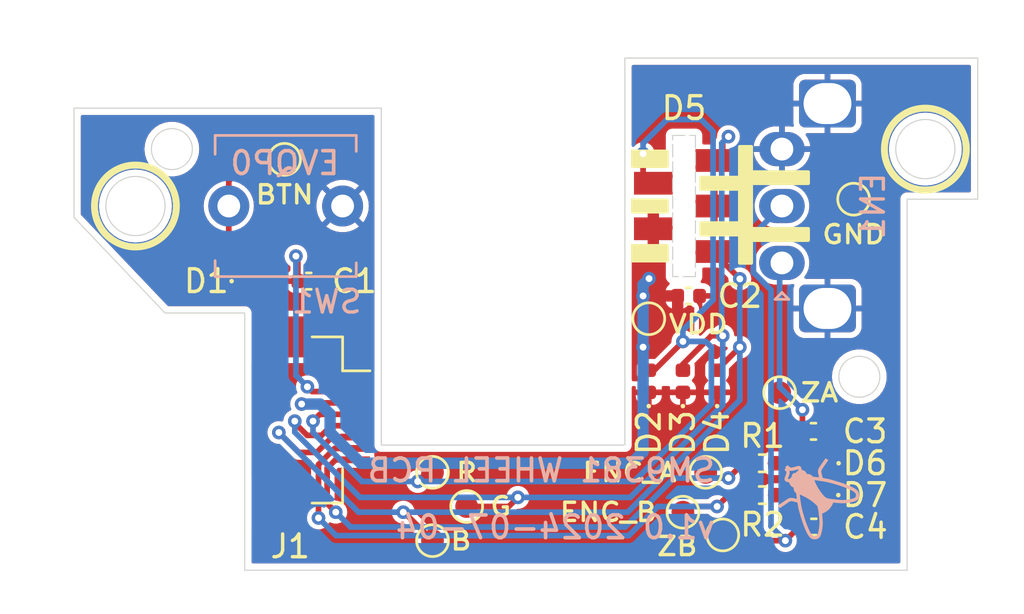
<source format=kicad_pcb>
(kicad_pcb (version 20240108) (generator "pcbnew") (generator_version "8.0")
  (title_block (title "Chakram Scroll Wheel") (date "2024-07-04") (rev "1.0") (company "Petr Moucha") (comment 2 "Any use or reproduction unrelated to this project is prohibited.") (comment 3 "The fly logo is the property of Petr Moucha. ") (comment 4 "Licensed under CERN-OHL-W v2"))
  (layers (0 "F.Cu" signal) (31 "B.Cu" signal) (34 "B.Paste" user) (35 "F.Paste" user) (36 "B.SilkS" user "B.Silkscreen") (37 "F.SilkS" user "F.Silkscreen") (38 "B.Mask" user) (39 "F.Mask" user) (44 "Edge.Cuts" user))
  (net 0 "")
  (net 1 "GND")
  (net 2 "/ZA")
  (net 3 "/ZB")
  (net 4 "/BTN")
  (net 5 "VDD")
  (net 6 "/LED_R")
  (net 7 "/LED_B")
  (net 8 "/LED_G")
  (net 9 "/ENC_B")
  (net 10 "/ENC_A")
  (footprint "TestPoint:TestPoint_Pad_D1.0mm" (layer "F.Cu") (at 82.75 71)
    (property "Reference" "TP8" (hide yes))
    (property "Value" "ENC_A" (at -5.5 0 0) (layer "F.SilkS") (effects (font (size 0.8 0.9)) (justify left)))
    (fp_circle (center 0 0) (end 0 0.7) (stroke (width 0.12)) (fill none) (layer "F.SilkS"))
    (pad "1" smd circle (at 0 0) (size 1 1) (layers "F.Cu" "F.Mask") (net 10 "/ENC_A"))
  )
  (footprint "Capacitor_SMD:C_0402_1005Metric" (layer "F.Cu") (at 87.485 69.2)
    (property "Reference" "C3" (at 2.265 0 0) (layer "F.SilkS"))
    (property "Value" "~")
    (fp_line (start -0.107836 -0.36) (end 0.107836 -0.36) (stroke (width 0.12)) (layer "F.SilkS"))
    (fp_line (start -0.107836 0.36) (end 0.107836 0.36) (stroke (width 0.12)) (layer "F.SilkS"))
    (pad "1" smd roundrect (at -0.48 0) (size 0.56 0.62) (layers "F.Cu" "F.Paste" "F.Mask") (net 2 "/ZA"))
    (pad "2" smd roundrect (at 0.48 0) (size 0.56 0.62) (layers "F.Cu" "F.Paste" "F.Mask") (net 1 "GND"))
  )
  (footprint "Connector_FFC-FPC:Hirose_FH12-8S-0.5SH_1x08-1MP_P0.50mm_Horizontal" (layer "F.Cu") (at 65.5 68.7 -90)
    (property "Reference" "J1" (at 5.55 1 0) (layer "F.SilkS"))
    (property "Value" "FPC Connector")
    (fp_line (start -3.65 -1.3) (end -3.65 0.04) (stroke (width 0.12)) (layer "F.SilkS"))
    (fp_line (start -2.16 -1.3) (end -3.65 -1.3) (stroke (width 0.12)) (layer "F.SilkS"))
    (fp_line (start -2.16 -1.3) (end -2.16 -2.5) (stroke (width 0.12)) (layer "F.SilkS"))
    (fp_line (start 2.16 -1.3) (end 3.65 -1.3) (stroke (width 0.12)) (layer "F.SilkS"))
    (fp_line (start 3.65 -1.3) (end 3.65 0.04) (stroke (width 0.12)) (layer "F.SilkS"))
    (pad "1" smd rect (at -1.75 -1.85 270) (size 0.3 1.3) (layers "F.Cu" "F.Paste" "F.Mask") (net 1 "GND"))
    (pad "2" smd rect (at -1.25 -1.85 270) (size 0.3 1.3) (layers "F.Cu" "F.Paste" "F.Mask") (net 4 "/BTN"))
    (pad "3" smd rect (at -0.75 -1.85 270) (size 0.3 1.3) (layers "F.Cu" "F.Paste" "F.Mask") (net 5 "VDD"))
    (pad "4" smd rect (at -0.25 -1.85 270) (size 0.3 1.3) (layers "F.Cu" "F.Paste" "F.Mask") (net 6 "/LED_R"))
    (pad "5" smd rect (at 0.25 -1.85 270) (size 0.3 1.3) (layers "F.Cu" "F.Paste" "F.Mask") (net 8 "/LED_G"))
    (pad "6" smd rect (at 0.75 -1.85 270) (size 0.3 1.3) (layers "F.Cu" "F.Paste" "F.Mask") (net 7 "/LED_B"))
    (pad "7" smd rect (at 1.25 -1.85 270) (size 0.3 1.3) (layers "F.Cu" "F.Paste" "F.Mask") (net 9 "/ENC_B"))
    (pad "8" smd rect (at 1.75 -1.85 270) (size 0.3 1.3) (layers "F.Cu" "F.Paste" "F.Mask") (net 10 "/ENC_A"))
    (pad "MP" smd rect (at -3.65 1.4 270) (size 1.8 2.2) (layers "F.Cu" "F.Paste" "F.Mask") (net 1 "GND") (thermal_bridge_width 0.5))
    (pad "MP" smd rect (at 3.65 1.4 270) (size 1.8 2.2) (layers "F.Cu" "F.Paste" "F.Mask") (net 1 "GND") (thermal_bridge_width 0.5))
  )
  (footprint "Moucha_Modules:LED_Chakram" (layer "F.Cu") (at 81.8 59.3)
    (property "Reference" "D5" (at 0 -4.3 0) (layer "F.SilkS"))
    (property "Value" "LED_Chakram")
    (fp_rect (start -0.5 -3.1) (end 0.5 3.1) (stroke (width 0.05) (type dash)) (fill none) (layer "Edge.Cuts"))
    (pad "1" connect rect (at 1.35 -2) (size 1.7 1) (layers "F.Cu" "F.Mask") (net 8 "/LED_G"))
    (pad "2" connect rect (at 1.35 0) (size 1.7 1) (layers "F.Cu" "F.Mask") (net 1 "GND"))
    (pad "3" connect rect (at 1.35 2) (size 1.7 1) (layers "F.Cu" "F.Mask") (net 7 "/LED_B"))
    (pad "4" connect rect (at -1.35 -1) (size 1.7 1) (layers "F.Cu" "F.Mask") (net 6 "/LED_R"))
    (pad "5" connect rect (at -1.35 1) (size 1.7 1) (layers "F.Cu" "F.Mask") (net 5 "VDD"))
  )
  (footprint "Capacitor_SMD:C_0402_1005Metric" (layer "F.Cu") (at 87.5 73.4)
    (property "Reference" "C4" (at 2.265 0 0) (layer "F.SilkS"))
    (property "Value" "~")
    (fp_line (start -0.107836 -0.36) (end 0.107836 -0.36) (stroke (width 0.12)) (layer "F.SilkS"))
    (fp_line (start -0.107836 0.36) (end 0.107836 0.36) (stroke (width 0.12)) (layer "F.SilkS"))
    (pad "1" smd roundrect (at -0.48 0) (size 0.56 0.62) (layers "F.Cu" "F.Paste" "F.Mask") (net 3 "/ZB"))
    (pad "2" smd roundrect (at 0.48 0) (size 0.56 0.62) (layers "F.Cu" "F.Paste" "F.Mask") (net 1 "GND"))
  )
  (footprint "Diode_SMD:D_0402_1005Metric" (layer "F.Cu") (at 80.25 67 90)
    (property "Reference" "D2" (at -2.25 0 90) (layer "F.SilkS"))
    (property "Value" "D_TVS_Small")
    (fp_circle (center -1.09 0) (end -1.04 0) (stroke (width 0.1)) (fill none) (layer "F.SilkS"))
    (pad "1" smd roundrect (at -0.485 0 90) (size 0.59 0.64) (layers "F.Cu" "F.Paste" "F.Mask") (net 1 "GND"))
    (pad "2" smd roundrect (at 0.485 0 90) (size 0.59 0.64) (layers "F.Cu" "F.Paste" "F.Mask") (net 6 "/LED_R"))
  )
  (footprint "Resistor_SMD:R_0402_1005Metric" (layer "F.Cu") (at 85.25 72 180)
    (property "Reference" "R2" (at 0 -1.3 0) (layer "F.SilkS"))
    (property "Value" "1k")
    (fp_line (start -0.153641 0.38) (end 0.153641 0.38) (stroke (width 0.12)) (layer "F.SilkS"))
    (fp_line (start -0.153641 -0.38) (end 0.153641 -0.38) (stroke (width 0.12)) (layer "F.SilkS"))
    (pad "1" smd roundrect (at -0.51 0 180) (size 0.54 0.64) (layers "F.Cu" "F.Paste" "F.Mask") (net 3 "/ZB"))
    (pad "2" smd roundrect (at 0.51 0 180) (size 0.54 0.64) (layers "F.Cu" "F.Paste" "F.Mask") (net 9 "/ENC_B"))
  )
  (footprint "Capacitor_SMD:C_0402_1005Metric" (layer "F.Cu") (at 82 63.25)
    (property "Reference" "C2" (at 2.25 0 0) (layer "F.SilkS"))
    (property "Value" "100nF")
    (fp_line (start -0.107836 -0.36) (end 0.107836 -0.36) (stroke (width 0.12)) (layer "F.SilkS"))
    (fp_line (start -0.107836 0.36) (end 0.107836 0.36) (stroke (width 0.12)) (layer "F.SilkS"))
    (pad "1" smd roundrect (at -0.48 0) (size 0.56 0.62) (layers "F.Cu" "F.Paste" "F.Mask") (net 5 "VDD"))
    (pad "2" smd roundrect (at 0.48 0) (size 0.56 0.62) (layers "F.Cu" "F.Paste" "F.Mask") (net 1 "GND"))
  )
  (footprint "TestPoint:TestPoint_Pad_D1.0mm" (layer "F.Cu") (at 89.25 59)
    (property "Reference" "TP2" (hide yes))
    (property "Value" "GND" (at 0 1.55 0) (layer "F.SilkS") (effects (font (size 0.8 0.9))))
    (fp_circle (center 0 0) (end 0 0.7) (stroke (width 0.12)) (fill none) (layer "F.SilkS"))
    (pad "1" smd circle (at 0 0) (size 1 1) (layers "F.Cu" "F.Mask") (net 1 "GND"))
  )
  (footprint "Diode_SMD:D_0402_1005Metric" (layer "F.Cu") (at 83.25 67 90)
    (property "Reference" "D4" (at -2.25 0 90) (layer "F.SilkS"))
    (property "Value" "D_TVS_Small")
    (fp_circle (center -1.09 0) (end -1.04 0) (stroke (width 0.1)) (fill none) (layer "F.SilkS"))
    (pad "1" smd roundrect (at -0.485 0 90) (size 0.59 0.64) (layers "F.Cu" "F.Paste" "F.Mask") (net 1 "GND"))
    (pad "2" smd roundrect (at 0.485 0 90) (size 0.59 0.64) (layers "F.Cu" "F.Paste" "F.Mask") (net 7 "/LED_B"))
  )
  (footprint "TestPoint:TestPoint_Pad_D1.0mm" (layer "F.Cu") (at 83.5 73.75)
    (property "Reference" "TP10" (hide yes))
    (property "Value" "ZB" (at -2 0.5 0) (layer "F.SilkS") (effects (font (size 0.8 0.9))))
    (fp_circle (center 0 0) (end 0 0.7) (stroke (width 0.12)) (fill none) (layer "F.SilkS"))
    (pad "1" smd circle (at 0 0) (size 1 1) (layers "F.Cu" "F.Mask") (net 3 "/ZB"))
  )
  (footprint "Diode_SMD:D_0402_1005Metric" (layer "F.Cu") (at 81.75 67 90)
    (property "Reference" "D3" (at -2.25 0 90) (layer "F.SilkS"))
    (property "Value" "D_TVS_Small")
    (fp_circle (center -1.09 0) (end -1.04 0) (stroke (width 0.1)) (fill none) (layer "F.SilkS"))
    (pad "1" smd roundrect (at -0.485 0 90) (size 0.59 0.64) (layers "F.Cu" "F.Paste" "F.Mask") (net 1 "GND"))
    (pad "2" smd roundrect (at 0.485 0 90) (size 0.59 0.64) (layers "F.Cu" "F.Paste" "F.Mask") (net 8 "/LED_G"))
  )
  (footprint "TestPoint:TestPoint_Pad_D1.0mm" (layer "F.Cu") (at 70.75 74)
    (property "Reference" "TP6" (hide yes))
    (property "Value" "B" (at 1.25 0 0) (layer "F.SilkS") (effects (font (size 0.8 0.9))))
    (fp_circle (center 0 0) (end 0 0.7) (stroke (width 0.12)) (fill none) (layer "F.SilkS"))
    (pad "1" smd circle (at 0 0) (size 1 1) (layers "F.Cu" "F.Mask") (net 7 "/LED_B"))
  )
  (footprint "Diode_SMD:D_0402_1005Metric" (layer "F.Cu") (at 87.5 70.6 180)
    (property "Reference" "D6" (at -2.25 0 0) (layer "F.SilkS"))
    (property "Value" "D_TVS_Small")
    (fp_circle (center -1.09 0) (end -1.04 0) (stroke (width 0.1)) (fill none) (layer "F.SilkS"))
    (pad "1" smd roundrect (at -0.485 0 180) (size 0.59 0.64) (layers "F.Cu" "F.Paste" "F.Mask") (net 1 "GND"))
    (pad "2" smd roundrect (at 0.485 0 180) (size 0.59 0.64) (layers "F.Cu" "F.Paste" "F.Mask") (net 2 "/ZA"))
  )
  (footprint "TestPoint:TestPoint_Pad_D1.0mm" (layer "F.Cu") (at 72.25 72.5)
    (property "Reference" "TP5" (hide yes))
    (property "Value" "G" (at 1.5 0 0) (layer "F.SilkS") (effects (font (size 0.8 0.9))))
    (fp_circle (center 0 0) (end 0 0.7) (stroke (width 0.12)) (fill none) (layer "F.SilkS"))
    (pad "1" smd circle (at 0 0) (size 1 1) (layers "F.Cu" "F.Mask") (net 8 "/LED_G"))
  )
  (footprint "Capacitor_SMD:C_0402_1005Metric" (layer "F.Cu") (at 65.315 62.6)
    (property "Reference" "C1" (at 2 0 0) (layer "F.SilkS"))
    (property "Value" "~")
    (fp_line (start -0.107836 -0.36) (end 0.107836 -0.36) (stroke (width 0.12)) (layer "F.SilkS"))
    (fp_line (start -0.107836 0.36) (end 0.107836 0.36) (stroke (width 0.12)) (layer "F.SilkS"))
    (pad "1" smd roundrect (at -0.48 0) (size 0.56 0.62) (layers "F.Cu" "F.Paste" "F.Mask") (net 4 "/BTN"))
    (pad "2" smd roundrect (at 0.48 0) (size 0.56 0.62) (layers "F.Cu" "F.Paste" "F.Mask") (net 1 "GND"))
  )
  (footprint "TestPoint:TestPoint_Pad_D1.0mm" (layer "F.Cu") (at 70.75 71)
    (property "Reference" "TP4" (hide yes))
    (property "Value" "R" (at 1.5 0 0) (layer "F.SilkS") (effects (font (size 0.8 0.9))))
    (fp_circle (center 0 0) (end 0 0.7) (stroke (width 0.12)) (fill none) (layer "F.SilkS"))
    (pad "1" smd circle (at 0 0) (size 1 1) (layers "F.Cu" "F.Mask") (net 6 "/LED_R"))
  )
  (footprint "TestPoint:TestPoint_Pad_D1.0mm" (layer "F.Cu") (at 81.75 72.75)
    (property "Reference" "TP9" (hide yes))
    (property "Value" "ENC_B" (at -5.5 0 0) (layer "F.SilkS") (effects (font (size 0.8 0.9)) (justify left)))
    (fp_circle (center 0 0) (end 0 0.7) (stroke (width 0.12)) (fill none) (layer "F.SilkS"))
    (pad "1" smd circle (at 0 0) (size 1 1) (layers "F.Cu" "F.Mask") (net 9 "/ENC_B"))
  )
  (footprint "Diode_SMD:D_0402_1005Metric" (layer "F.Cu") (at 63.015 62.6)
    (property "Reference" "D1" (at -2.2 0 0) (layer "F.SilkS"))
    (property "Value" "D_TVS_Small")
    (fp_circle (center -1.09 0) (end -1.04 0) (stroke (width 0.1)) (fill none) (layer "F.SilkS"))
    (pad "1" smd roundrect (at -0.485 0) (size 0.59 0.64) (layers "F.Cu" "F.Paste" "F.Mask") (net 1 "GND"))
    (pad "2" smd roundrect (at 0.485 0) (size 0.59 0.64) (layers "F.Cu" "F.Paste" "F.Mask") (net 4 "/BTN"))
  )
  (footprint "TestPoint:TestPoint_Pad_D1.0mm" (layer "F.Cu") (at 64.25 57.25)
    (property "Reference" "TP3" (hide yes))
    (property "Value" "BTN" (at 0 1.55 0) (layer "F.SilkS") (effects (font (size 0.8 0.9))))
    (fp_circle (center 0 0) (end 0 0.7) (stroke (width 0.12)) (fill none) (layer "F.SilkS"))
    (pad "1" smd circle (at 0 0) (size 1 1) (layers "F.Cu" "F.Mask") (net 4 "/BTN"))
  )
  (footprint "Diode_SMD:D_0402_1005Metric" (layer "F.Cu") (at 87.485 72 180)
    (property "Reference" "D7" (at -2.265 0 0) (layer "F.SilkS"))
    (property "Value" "D_TVS_Small")
    (fp_circle (center -1.09 0) (end -1.04 0) (stroke (width 0.1)) (fill none) (layer "F.SilkS"))
    (pad "1" smd roundrect (at -0.485 0 180) (size 0.59 0.64) (layers "F.Cu" "F.Paste" "F.Mask") (net 1 "GND"))
    (pad "2" smd roundrect (at 0.485 0 180) (size 0.59 0.64) (layers "F.Cu" "F.Paste" "F.Mask") (net 3 "/ZB"))
  )
  (footprint "TestPoint:TestPoint_Pad_D1.0mm" (layer "F.Cu") (at 80.25 64.25)
    (property "Reference" "TP1" (hide yes))
    (property "Value" "VDD" (at 2.176549 0.25 0) (layer "F.SilkS") (effects (font (size 0.8 0.9))))
    (fp_circle (center 0 0) (end 0 0.7) (stroke (width 0.12)) (fill none) (layer "F.SilkS"))
    (pad "1" smd circle (at 0 0) (size 1 1) (layers "F.Cu" "F.Mask") (net 5 "VDD"))
  )
  (footprint "TestPoint:TestPoint_Pad_D1.0mm" (layer "F.Cu") (at 86 67.5)
    (property "Reference" "TP7" (hide yes))
    (property "Value" "ZA" (at 1.75 0 0) (layer "F.SilkS") (effects (font (size 0.8 0.9))))
    (fp_circle (center 0 0) (end 0 0.7) (stroke (width 0.12)) (fill none) (layer "F.SilkS"))
    (pad "1" smd circle (at 0 0) (size 1 1) (layers "F.Cu" "F.Mask") (net 2 "/ZA"))
  )
  (footprint "Resistor_SMD:R_0402_1005Metric" (layer "F.Cu") (at 85.25 70.6 180)
    (property "Reference" "R1" (at 0 1.2 0) (layer "F.SilkS"))
    (property "Value" "1k")
    (fp_line (start -0.153641 0.38) (end 0.153641 0.38) (stroke (width 0.12)) (layer "F.SilkS"))
    (fp_line (start -0.153641 -0.38) (end 0.153641 -0.38) (stroke (width 0.12)) (layer "F.SilkS"))
    (pad "1" smd roundrect (at -0.51 0 180) (size 0.54 0.64) (layers "F.Cu" "F.Paste" "F.Mask") (net 2 "/ZA"))
    (pad "2" smd roundrect (at 0.51 0 180) (size 0.54 0.64) (layers "F.Cu" "F.Paste" "F.Mask") (net 10 "/ENC_A"))
  )
  (footprint "Moucha_Graphics:Logo_Moucha_3x3mm_SilkScreen" (layer "B.Cu") (at 87.485 72 -135)
    (property "Reference" "REF**" (hide yes))
    (property "Value" "Logo_Moucha_3x3mm_SilkScreen" (hide yes))
    (fp_poly (pts (xy 0.015351 1.724118) (xy 0.016019 1.711437) (xy 0.020327 1.703981) (xy 0.031731 1.699725) (xy 0.05369 1.696645) (xy 0.064225 1.695501) (xy 0.113099 1.690267) (xy 0.115758 1.626979) (xy 0.118017 1.59249) (xy 0.121871 1.569465) (xy 0.128168 1.554117) (xy 0.133686 1.546777) (xy 0.149931 1.533809) (xy 0.178129 1.516738) (xy 0.215928 1.496798) (xy 0.260975 1.475222) (xy 0.310918 1.453244) (xy 0.316601 1.450859) (xy 0.366764 1.424691) (xy 0.404384 1.393765) (xy 0.428746 1.35902) (xy 0.439136 1.321396) (xy 0.437377 1.29209) (xy 0.431439 1.274728) (xy 0.419673 1.248874) (xy 0.404211 1.219072) (xy 0.39745 1.207032) (xy 0.36229 1.145894) (xy 0.384295 1.102868) (xy 0.402095 1.054904) (xy 0.411023 1.001153) (xy 0.410712 0.947099) (xy 0.400798 0.898229) (xy 0.398383 0.891483) (xy 0.382752 0.850714) (xy 0.417759 0.807735) (xy 0.446956 0.768756) (xy 0.465937 0.734443) (xy 0.476552 0.700102) (xy 0.480652 0.661043) (xy 0.480888 0.647662) (xy 0.481056 0.592107) (xy 0.5551 0.49688) (xy 0.580582 0.46446) (xy 0.602861 0.436776) (xy 0.620249 0.415877) (xy 0.631057 0.403807) (xy 0.633692 0.401654) (xy 0.639008 0.407876) (xy 0.650297 0.424888) (xy 0.665982 0.450206) (xy 0.684488 0.481345) (xy 0.687526 0.486564) (xy 0.721674 0.541285) (xy 0.753057 0.582747) (xy 0.777178 0.607612) (xy 0.797799 0.625509) (xy 0.817267 0.640569) (xy 0.837375 0.653389) (xy 0.859918 0.664554) (xy 0.88669 0.674658) (xy 0.919483 0.684294) (xy 0.960092 0.694053) (xy 1.010311 0.704526) (xy 1.071932 0.716304) (xy 1.146751 0.72998) (xy 1.149983 0.730563) (xy 1.210287 0.741387) (xy 1.266138 0.75128) (xy 1.315671 0.759923) (xy 1.357021 0.766996) (xy 1.388324 0.772178) (xy 1.407714 0.77515) (xy 1.413103 0.775744) (xy 1.420153 0.772615) (xy 1.426196 0.761567) (xy 1.432179 0.740111) (xy 1.438386 0.709356) (xy 1.443276 0.679161) (xy 1.445879 0.654875) (xy 1.445854 0.640213) (xy 1.444944 0.637786) (xy 1.436281 0.635239) (xy 1.414407 0.63044) (xy 1.381157 0.623744) (xy 1.338365 0.615507) (xy 1.287866 0.606085) (xy 1.231492 0.595834) (xy 1.197649 0.589795) (xy 1.138067 0.579118) (xy 1.082698 0.568976) (xy 1.033504 0.559743) (xy 0.992442 0.551797) (xy 0.96147 0.545513) (xy 0.942548 0.541266) (xy 0.938077 0.539971) (xy 0.912391 0.52764) (xy 0.888871 0.510579) (xy 0.865699 0.486763) (xy 0.841055 0.454162) (xy 0.813122 0.41075) (xy 0.795246 0.38076) (xy 0.77424 0.344512) (xy 0.75626 0.312881) (xy 0.742607 0.288203) (xy 0.73458 0.272812) (xy 0.732995 0.268896) (xy 0.737199 0.261154) (xy 0.74882 0.243217) (xy 0.766372 0.217294) (xy 0.788365 0.185594) (xy 0.804497 0.162715) (xy 0.832552 0.122923) (xy 0.856714 0.087916) (xy 0.878426 0.055335) (xy 0.899129 0.022819) (xy 0.920263 -0.011989) (xy 0.943272 -0.051451) (xy 0.969596 -0.097922) (xy 1.000677 -0.153765) (xy 1.027014 -0.201472) (xy 1.09234 -0.322762) (xy 1.153471 -0.44172) (xy 1.209813 -0.556992) (xy 1.26077 -0.667223) (xy 1.305745 -0.77106) (xy 1.344143 -0.867147) (xy 1.375367 -0.954132) (xy 1.398823 -1.030659) (xy 1.408168 -1.067682) (xy 1.422149 -1.149352) (xy 1.42445 -1.221819) (xy 1.415046 -1.285747) (xy 1.396807 -1.336001) (xy 1.37809 -1.365365) (xy 1.350174 -1.398072) (xy 1.317188 -1.430012) (xy 1.28326 -1.457075) (xy 1.261437 -1.470768) (xy 1.208902 -1.492461) (xy 1.15496 -1.502774) (xy 1.103988 -1.500938) (xy 1.097326 -1.499665) (xy 1.05325 -1.486079) (xy 1.000592 -1.462839) (xy 0.941389 -1.431265) (xy 0.877674 -1.392683) (xy 0.811483 -1.34841) (xy 0.744849 -1.299769) (xy 0.679807 -1.248082) (xy 0.618392 -1.19467) (xy 0.596915 -1.174658) (xy 0.569864 -1.1475) (xy 0.535729 -1.111042) (xy 0.496858 -1.06799) (xy 0.455606 -1.021049) (xy 0.414322 -0.972921) (xy 0.375356 -0.926314) (xy 0.341061 -0.883931) (xy 0.316198 -0.851722) (xy 0.309623 -0.846289) (xy 0.299406 -0.846528) (xy 0.281777 -0.853076) (xy 0.266439 -0.860123) (xy 0.204592 -0.884129) (xy 0.133073 -0.903263) (xy 0.056921 -0.916725) (xy -0.018815 -0.923715) (xy -0.089095 -0.923432) (xy -0.116344 -0.920879) (xy -0.183675 -0.910205) (xy -0.247201 -0.896085) (xy -0.302984 -0.879518) (xy -0.343642 -0.863186) (xy -0.382126 -0.844769) (xy -0.482565 -0.96783) (xy -0.561629 -1.061241) (xy -0.636828 -1.142677) (xy -0.710253 -1.214222) (xy -0.783997 -1.27796) (xy -0.82908 -1.313184) (xy -0.879906 -1.34986) (xy -0.934101 -1.386248) (xy -0.988825 -1.420641) (xy -1.041228 -1.451336) (xy -1.088469 -1.476628) (xy -1.127701 -1.494812) (xy -1.140287 -1.499636) (xy -1.193622 -1.511713) (xy -1.249026 -1.512562) (xy -1.294797 -1.503769) (xy -1.34305 -1.482386) (xy -1.390279 -1.450216) (xy -1.432892 -1.410562) (xy -1.467302 -1.366727) (xy -1.488693 -1.325367) (xy -1.498724 -1.285513) (xy -1.503632 -1.235633) (xy -1.503592 -1.225714) (xy -1.358274 -1.225714) (xy -1.357987 -1.249938) (xy -1.355571 -1.266696) (xy -1.350471 -1.279876) (xy -1.342236 -1.293207) (xy -1.319331 -1.319423) (xy -1.289887 -1.342788) (xy -1.25854 -1.360331) (xy -1.229925 -1.369082) (xy -1.22312 -1.369552) (xy -1.19828 -1.364682) (xy -1.161967 -1.350142) (xy -1.122825 -1.330547) (xy -1.024112 -1.272591) (xy -0.926349 -1.205125) (xy -0.83379 -1.131386) (xy -0.750686 -1.054611) (xy -0.724426 -1.02741) (xy -0.705141 -1.005855) (xy -0.678473 -0.974762) (xy -0.646086 -0.936185) (xy -0.609644 -0.892174) (xy -0.570811 -0.844785) (xy -0.531252 -0.796068) (xy -0.492631 -0.748077) (xy -0.456612 -0.702863) (xy -0.424859 -0.662482) (xy -0.399037 -0.628984) (xy -0.380811 -0.604422) (xy -0.376636 -0.598467) (xy -0.34198 -0.54122) (xy -0.317499 -0.486475) (xy -0.306236 -0.444628) (xy 0.219242 -0.444628) (xy 0.245919 -0.500552) (xy 0.261725 -0.529926) (xy 0.283879 -0.566177) (xy 0.309186 -0.604264) (xy 0.329673 -0.632822) (xy 0.364937 -0.679181) (xy 0.404882 -0.73033) (xy 0.447659 -0.784019) (xy 0.491422 -0.838) (xy 0.534323 -0.890022) (xy 0.574515 -0.937836) (xy 0.610149 -0.979197) (xy 0.63938 -1.011849) (xy 0.651735 -1.024949) (xy 0.748339 -1.115926) (xy 0.855693 -1.201588) (xy 0.969404 -1.278576) (xy 1.029847 -1.314211) (xy 1.071845 -1.33666) (xy 1.104524 -1.35085) (xy 1.131158 -1.357156) (xy 1.155021 -1.355956) (xy 1.179386 -1.347624) (xy 1.204596 -1.334253) (xy 1.229691 -1.315334) (xy 1.252612 -1.291223) (xy 1.258038 -1.283773) (xy 1.272425 -1.252467) (xy 1.278909 -1.213299) (xy 1.277375 -1.165366) (xy 1.267707 -1.107771) (xy 1.249789 -1.039608) (xy 1.223507 -0.959977) (xy 1.212807 -0.930568) (xy 1.194899 -0.884399) (xy 1.171922 -0.828281) (xy 1.145518 -0.765981) (xy 1.117332 -0.701262) (xy 1.089009 -0.637891) (xy 1.062194 -0.57963) (xy 1.038531 -0.530247) (xy 1.033629 -0.520385) (xy 1.008971 -0.472315) (xy 0.979665 -0.417003) (xy 0.947018 -0.35676) (xy 0.912336 -0.293898) (xy 0.876926 -0.230729) (xy 0.842089 -0.169563) (xy 0.809136 -0.112714) (xy 0.77937 -0.062489) (xy 0.754097 -0.021202) (xy 0.734867 0.008476) (xy 0.713694 0.038971) (xy 0.687417 0.075902) (xy 0.657263 0.117626) (xy 0.624458 0.162507) (xy 0.59023 0.208906) (xy 0.555804 0.25518) (xy 0.522408 0.299696) (xy 0.491268 0.340811) (xy 0.463612 0.376889) (xy 0.440665 0.406289) (xy 0.423654 0.427372) (xy 0.413807 0.438501) (xy 0.412006 0.439826) (xy 0.40654 0.433282) (xy 0.397302 0.415924) (xy 0.386065 0.39117) (xy 0.383255 0.384476) (xy 0.335026 0.254931) (xy 0.294244 0.118831) (xy 0.261791 -0.019879) (xy 0.238559 -0.157254) (xy 0.225433 -0.28935) (xy 0.223685 -0.324959) (xy 0.219242 -0.444628) (xy -0.306236 -0.444628) (xy -0.304963 -0.439897) (xy -0.301808 -0.401814) (xy -0.302292 -0.35141) (xy -0.306149 -0.291126) (xy -0.313115 -0.223402) (xy -0.322922 -0.150679) (xy -0.335306 -0.075399) (xy -0.349999 0) (xy -0.355739 0.02641) (xy -0.367121 0.073457) (xy -0.380882 0.124169) (xy -0.396336 0.176597) (xy -0.412798 0.228792) (xy -0.429585 0.278804) (xy -0.44601 0.324684) (xy -0.461391 0.364482) (xy -0.475042 0.396251) (xy -0.486278 0.418039) (xy -0.494415 0.427899) (xy -0.496786 0.427988) (xy -0.503889 0.420328) (xy -0.518659 0.402009) (xy -0.539823 0.374746) (xy -0.566105 0.340256) (xy -0.596231 0.300256) (xy -0.628926 0.256463) (xy -0.662916 0.210593) (xy -0.696924 0.164361) (xy -0.729678 0.119486) (xy -0.759902 0.077684) (xy -0.786321 0.04067) (xy -0.807661 0.010162) (xy -0.814475 0.000185) (xy -0.839626 -0.038707) (xy -0.870228 -0.088804) (xy -0.904913 -0.14765) (xy -0.942311 -0.21279) (xy -0.981052 -0.281769) (xy -1.019765 -0.352132) (xy -1.057079 -0.421423) (xy -1.091627 -0.487187) (xy -1.122035 -0.54697) (xy -1.137932 -0.57938) (xy -1.187881 -0.686172) (xy -1.233732 -0.790447) (xy -1.274213 -0.889177) (xy -1.308057 -0.979333) (xy -1.318917 -1.01073) (xy -1.333743 -1.056205) (xy -1.343982 -1.092013) (xy -1.350601 -1.122712) (xy -1.354568 -1.152857) (xy -1.356846 -1.187005) (xy -1.356988 -1.190141) (xy -1.358274 -1.225714) (xy -1.503592 -1.225714) (xy -1.503409 -1.180088) (xy -1.498049 -1.123238) (xy -1.489085 -1.075623) (xy -1.465487 -0.991322) (xy -1.432744 -0.895827) (xy -1.3912 -0.789902) (xy -1.341195 -0.67432) (xy -1.283072 -0.549848) (xy -1.217173 -0.417254) (xy -1.143841 -0.277309) (xy -1.088568 -0.175925) (xy -1.055126 -0.115757) (xy -1.027153 -0.066197) (xy -1.002887 -0.024406) (xy -0.980566 0.012456) (xy -0.95843 0.047229) (xy -0.934712 0.082752) (xy -0.907656 0.121865) (xy -0.875801 0.166981) (xy -0.850184 0.204558) (xy -0.834295 0.231563) (xy -0.827689 0.248819) (xy -0.82793 0.25467) (xy -0.836693 0.273162) (xy -0.851605 0.300181) (xy -0.870932 0.332989) (xy -0.892937 0.368846) (xy -0.915884 0.405016) (xy -0.938037 0.438759) (xy -0.957663 0.467338) (xy -0.973024 0.488014) (xy -0.982042 0.497811) (xy -0.996355 0.507696) (xy -1.011275 0.516257) (xy -1.02856 0.523955) (xy -1.049966 0.531256) (xy -1.077252 0.538623) (xy -1.112174 0.54652) (xy -1.156493 0.55541) (xy -1.211962 0.565758) (xy -1.280341 0.578026) (xy -1.297784 0.581116) (xy -1.357295 0.591691) (xy -1.411828 0.601473) (xy -1.459609 0.610139) (xy -1.498861 0.617363) (xy -1.527809 0.622817) (xy -1.544677 0.626178) (xy -1.548334 0.627093) (xy -1.549059 0.63591) (xy -1.546574 0.65515) (xy -1.541785 0.6808) (xy -1.535598 0.708845) (xy -1.528921 0.735273) (xy -1.52266 0.756069) (xy -1.517723 0.767219) (xy -1.516483 0.7681) (xy -1.507111 0.766784) (xy -1.484544 0.763059) (xy -1.450609 0.75724) (xy -1.407134 0.749646) (xy -1.355946 0.740595) (xy -1.298872 0.730407) (xy -1.258249 0.723102) (xy -1.182523 0.709287) (xy -1.120064 0.697386) (xy -1.06907 0.686834) (xy -1.027742 0.677066) (xy -0.994281 0.667518) (xy -0.966883 0.657626) (xy -0.943751 0.646825) (xy -0.923084 0.634551) (xy -0.903081 0.62024) (xy -0.885508 0.606258) (xy -0.864567 0.587171) (xy -0.844435 0.564137) (xy -0.822922 0.534272) (xy -0.797842 0.494695) (xy -0.786259 0.475394) (xy -0.765755 0.441572) (xy -0.747712 0.413183) (xy -0.733636 0.392485) (xy -0.725025 0.381736) (xy -0.723337 0.380747) (xy -0.716987 0.387082) (xy -0.702955 0.403493) (xy -0.682895 0.42797) (xy -0.658459 0.458502) (xy -0.637449 0.485196) (xy -0.557237 0.587825) (xy -0.557237 0.648836) (xy -0.555535 0.6881) (xy -0.549275 0.720772) (xy -0.536724 0.751195) (xy -0.516149 0.783714) (xy -0.489887 0.817691) (xy -0.452691 0.863454) (xy -0.464367 0.890218) (xy -0.471176 0.914991) (xy -0.475444 0.950054) (xy -0.476559 0.978217) (xy -0.476118 1.011488) (xy -0.473103 1.036238) (xy -0.465976 1.059178) (xy -0.453203 1.08702) (xy -0.450354 1.092734) (xy -0.423633 1.146018) (xy -0.456698 1.211366) (xy -0.472424 1.243557) (xy -0.481706 1.266314) (xy -0.483696 1.27494) (xy -0.326358 1.27494) (xy -0.315269 1.253775) (xy -0.304494 1.239131) (xy -0.293087 1.237635) (xy -0.291378 1.238316) (xy -0.278467 1.240938) (xy -0.254375 1.243269) (xy -0.223188 1.244967) (xy -0.204669 1.245506) (xy -0.170336 1.24641) (xy -0.147182 1.248203) (xy -0.131114 1.251995) (xy -0.118044 1.258896) (xy -0.103882 1.270015) (xy -0.098992 1.274182) (xy -0.080174 1.28916) (xy -0.064222 1.297286) (xy -0.045024 1.300585) (xy -0.017759 1.301088) (xy 0.01138 1.299976) (xy 0.031751 1.295733) (xy 0.049812 1.286384) (xy 0.064154 1.276035) (xy 0.084402 1.262274) (xy 0.104259 1.253872) (xy 0.129538 1.248899) (xy 0.153317 1.246448) (xy 0.183911 1.243794) (xy 0.210705 1.241374) (xy 0.228141 1.239691) (xy 0.228707 1.239631) (xy 0.242641 1.241443) (xy 0.254754 1.252375) (xy 0.264846 1.26817) (xy 0.275282 1.287153) (xy 0.281593 1.300038) (xy 0.282433 1.302609) (xy 0.275929 1.307028) (xy 0.258213 1.315989) (xy 0.232145 1.328106) (xy 0.20655 1.33942) (xy 0.135195 1.373303) (xy 0.07878 1.406737) (xy 0.03699 1.439932) (xy 0.014128 1.466095) (xy -0.009852 1.500115) (xy -0.044218 1.461893) (xy -0.070318 1.435623) (xy -0.10167 1.409634) (xy -0.140499 1.382361) (xy -0.189031 1.352234) (xy -0.246958 1.319094) (xy -0.326358 1.27494) (xy -0.483696 1.27494) (xy -0.485663 1.283467) (xy -0.485415 1.298844) (xy -0.484311 1.305781) (xy -0.471417 1.339137) (xy -0.445269 1.370207) (xy -0.405104 1.399751) (xy -0.371555 1.418277) (xy -0.325483 1.442582) (xy -0.27943 1.468911) (xy -0.236293 1.495431) (xy -0.198973 1.520309) (xy -0.17037 1.541712) (xy -0.156607 1.554144) (xy -0.146377 1.565685) (xy -0.139637 1.576957) (xy -0.135489 1.591565) (xy -0.133045 1.613111) (xy -0.131409 1.645202) (xy -0.130928 1.657842) (xy -0.127973 1.737692) (xy -0.103238 1.737692) (xy -0.081882 1.738504) (xy -0.052873 1.740597) (xy -0.031576 1.742597) (xy 0.015351 1.747501)) (fill solid) (layer "B.SilkS"))
  )
  (footprint "Moucha_Primitives:SW_Push_EVQP0" (layer "B.Cu") (at 64.3 59.3 180)
    (property "Reference" "SW1" (at -1.8 -4.2 0) (layer "B.SilkS") (effects (justify mirror)))
    (property "Value" "~")
    (fp_line (start 3.1 3.1) (end -3.1 3.1) (stroke (width 0.12)) (layer "B.SilkS"))
    (fp_line (start 3.1 2.275) (end 3.1 3.1) (stroke (width 0.12)) (layer "B.SilkS"))
    (fp_line (start 3.1 -2.4) (end 3.1 -3.1) (stroke (width 0.12)) (layer "B.SilkS"))
    (fp_line (start 3.1 -3.1) (end -3.1 -3.1) (stroke (width 0.12)) (layer "B.SilkS"))
    (fp_line (start -3.1 3.1) (end -3.1 2.4) (stroke (width 0.12)) (layer "B.SilkS"))
    (fp_line (start -3.1 -3.1) (end -3.1 -2.5) (stroke (width 0.12)) (layer "B.SilkS"))
    (pad "1" thru_hole circle (at -2.5 0 180) (size 1.8 1.8) (drill 1) (layers "*.Cu" "*.Mask") (net 1 "GND"))
    (pad "2" thru_hole circle (at 2.5 0 180) (size 1.8 1.8) (drill 1) (layers "*.Cu" "*.Mask") (net 4 "/BTN"))
  )
  (footprint "Moucha_Primitives:RotaryEncoder_Alps_EC10E" (layer "B.Cu") (at 86.1 61.8)
    (property "Reference" "EN1" (at 4 -2.5 90) (layer "B.SilkS") (effects (justify mirror)))
    (property "Value" "RotaryEncoder_MP")
    (fp_line (start -0.3 1.6) (end 0 1.3) (stroke (width 0.12)) (layer "B.SilkS"))
    (fp_line (start 0 1.3) (end 0.3 1.6) (stroke (width 0.12)) (layer "B.SilkS"))
    (fp_line (start 0.3 1.6) (end -0.3 1.6) (stroke (width 0.12)) (layer "B.SilkS"))
    (pad "A" thru_hole oval (at 0 0) (size 2 1.5) (drill 1) (layers "*.Cu" "*.Mask") (net 2 "/ZA"))
    (pad "B" thru_hole oval (at 0 -2.5) (size 2 1.5) (drill 1) (layers "*.Cu" "*.Mask") (net 3 "/ZB"))
    (pad "C" thru_hole oval (at 0 -5) (size 2 1.5) (drill 1) (layers "*.Cu" "*.Mask") (net 1 "GND"))
    (pad "MP" thru_hole roundrect (at 2 -7) (size 2.5 2.1) (drill oval 2.1 1.8) (layers "*.Cu" "*.Mask") (roundrect_rratio 0.125) (net 1 "GND"))
    (pad "MP" thru_hole roundrect (at 2 2) (size 2.5 2.1) (drill oval 2.1 1.8) (layers "*.Cu" "*.Mask") (roundrect_rratio 0.125) (net 1 "GND"))
  )
  (gr_circle (center 92.4 56.8) (end 94.2 56.8) (stroke (width 0.3)) (fill none) (layer "F.SilkS"))
  (gr_rect (start 79.55 59.05) (end 81.05 59.55) (stroke (width 0.16)) (fill solid) (layer "F.SilkS"))
  (gr_rect (start 79.55 56.9) (end 81.05 57.55) (stroke (width 0.16)) (fill solid) (layer "F.SilkS"))
  (gr_poly (pts (xy 84.25 56.7) (xy 84.75 56.7) (xy 84.75 57.809106) (xy 87.25 57.809106) (xy 87.25 58.3) (xy 84.75 58.3) (xy 84.75 60.3) (xy 87.25 60.3) (xy 87.25 60.8) (xy 84.75 60.8) (xy 84.75 61.8) (xy 84.25 61.8) (xy 84.252472 60.557414) (xy 82.552472 60.557414) (xy 82.55 60.05) (xy 84.25 60.05) (xy 84.25 58.55) (xy 82.55 58.55) (xy 82.55 58.05) (xy 84.25 58.05)) (stroke (width 0.16)) (fill solid) (layer "F.SilkS"))
  (gr_circle (center 57.7 59.3) (end 59.5 59.3) (stroke (width 0.3)) (fill none) (layer "F.SilkS"))
  (gr_rect (start 79.55 61.05) (end 81.05 61.7) (stroke (width 0.16)) (fill solid) (layer "F.SilkS"))
  (gr_line (start 91.6 75.3) (end 91.6 59) (stroke (width 0.05)) (layer "Edge.Cuts"))
  (gr_line (start 62.5 64) (end 59 64) (stroke (width 0.05)) (layer "Edge.Cuts"))
  (gr_line (start 79.2 52.8) (end 79.2 69.8) (stroke (width 0.05)) (layer "Edge.Cuts"))
  (gr_line (start 55 55) (end 68.5 55) (stroke (width 0.05)) (layer "Edge.Cuts"))
  (gr_circle (center 57.7 59.3) (end 59 59.3) (stroke (width 0.05)) (fill none) (layer "Edge.Cuts"))
  (gr_line (start 55 59.8) (end 59 64) (stroke (width 0.05)) (layer "Edge.Cuts"))
  (gr_line (start 94.7 59) (end 94.7 52.8) (stroke (width 0.05)) (layer "Edge.Cuts"))
  (gr_line (start 55 55) (end 55 59.8) (stroke (width 0.05)) (layer "Edge.Cuts"))
  (gr_line (start 62.5 75.3) (end 91.6 75.3) (stroke (width 0.05)) (layer "Edge.Cuts"))
  (gr_circle (center 89.5 66.8) (end 90.4 66.8) (stroke (width 0.05)) (fill none) (layer "Edge.Cuts"))
  (gr_line (start 79.2 69.8) (end 68.5 69.8) (stroke (width 0.05)) (layer "Edge.Cuts"))
  (gr_circle (center 59.3 56.8) (end 60.2 56.8) (stroke (width 0.05)) (fill none) (layer "Edge.Cuts"))
  (gr_line (start 62.5 64) (end 62.5 75.3) (stroke (width 0.05)) (layer "Edge.Cuts"))
  (gr_line (start 94.7 52.8) (end 79.2 52.8) (stroke (width 0.05)) (layer "Edge.Cuts"))
  (gr_circle (center 92.4 56.8) (end 93.7 56.8) (stroke (width 0.05)) (fill none) (layer "Edge.Cuts"))
  (gr_line (start 68.5 55) (end 68.5 69.8) (stroke (width 0.05)) (layer "Edge.Cuts"))
  (gr_line (start 91.6 59) (end 94.7 59) (stroke (width 0.05)) (layer "Edge.Cuts"))
  (gr_text "SM9381 WHEEL PCB" (at 83.25 71.5 0) (layer "B.SilkS") (effects (font (size 1 1) (thickness 0.16)) (justify left bottom mirror)))
  (gr_text "EVQP0" (at 66.75 58 0) (layer "B.SilkS") (effects (font (size 1 1) (thickness 0.16)) (justify left bottom mirror)))
  (gr_text "v${REVISION} ${ISSUE_DATE}" (at 83.25 74 0) (layer "B.SilkS") (effects (font (size 1 1) (thickness 0.16)) (justify left bottom mirror)))
  (segment (start 86.25 67.5) (end 87 68.25) (width 0.25) (layer "F.Cu") (net 2))
  (segment (start 87 68.25) (end 87 70.585) (width 0.25) (layer "F.Cu") (net 2))
  (segment (start 87.015 70.6) (end 85.595 70.6) (width 0.25) (layer "F.Cu") (net 2))
  (via (at 87 68.25) (size 0.6) (drill 0.3) (layers "F.Cu" "B.Cu") (net 2))
  (segment (start 87 68.25) (end 86 67.25) (width 0.25) (layer "B.Cu") (net 2))
  (segment (start 86 67.25) (end 86 61.9) (width 0.25) (layer "B.Cu") (net 2))
  (segment (start 86.25 74) (end 83.5 74) (width 0.25) (layer "F.Cu") (net 3))
  (segment (start 86.25 74) (end 86.884337 73.365663) (width 0.25) (layer "F.Cu") (net 3))
  (segment (start 87 72) (end 85.605 72) (width 0.25) (layer "F.Cu") (net 3))
  (segment (start 87.005 73.355095) (end 87.005 72.005) (width 0.25) (layer "F.Cu") (net 3))
  (via (at 86.25 74) (size 0.6) (drill 0.3) (layers "F.Cu" "B.Cu") (net 3))
  (segment (start 86.25 74) (end 85.62 73.37) (width 0.25) (layer "B.Cu") (net 3))
  (segment (start 84.845 62.216285) (end 84.845 60.555) (width 0.25) (layer "B.Cu") (net 3))
  (segment (start 84.845 60.555) (end 86.1 59.3) (width 0.25) (layer "B.Cu") (net 3))
  (segment (start 85.62 73.37) (end 85.62 62.991285) (width 0.25) (layer "B.Cu") (net 3))
  (segment (start 85.62 62.991285) (end 84.845 62.216285) (width 0.25) (layer "B.Cu") (net 3))
  (segment (start 61.8 59.3) (end 61.8 60.8) (width 0.25) (layer "F.Cu") (net 4))
  (segment (start 64.835 62.6) (end 64.835 61.585) (width 0.25) (layer "F.Cu") (net 4))
  (segment (start 61.8 58.2) (end 62.75 57.25) (width 0.25) (layer "F.Cu") (net 4))
  (segment (start 67.35 67.45) (end 65.461932 67.45) (width 0.25) (layer "F.Cu") (net 4))
  (segment (start 64.835 62.6) (end 63.5 62.6) (width 0.25) (layer "F.Cu") (net 4))
  (segment (start 65.461932 67.45) (end 65.252983 67.241051) (width 0.25) (layer "F.Cu") (net 4))
  (segment (start 62.75 57.25) (end 64.25 57.25) (width 0.25) (layer "F.Cu") (net 4))
  (segment (start 61.8 60.8) (end 63.5 62.5) (width 0.25) (layer "F.Cu") (net 4))
  (segment (start 64.835 61.585) (end 64.75 61.5) (width 0.25) (layer "F.Cu") (net 4))
  (segment (start 61.8 59.3) (end 61.8 58.2) (width 0.25) (layer "F.Cu") (net 4))
  (via (at 64.75 61.5) (size 0.6) (drill 0.3) (layers "F.Cu" "B.Cu") (net 4))
  (via (at 65.252983 67.241051) (size 0.6) (drill 0.3) (layers "F.Cu" "B.Cu") (net 4))
  (segment (start 64.761932 66.75) (end 64.75 66.75) (width 0.25) (layer "B.Cu") (net 4))
  (segment (start 64.75 66.75) (end 64.75 61.5) (width 0.25) (layer "B.Cu") (net 4))
  (segment (start 65.252983 67.241051) (end 64.761932 66.75) (width 0.25) (layer "B.Cu") (net 4))
  (segment (start 65 68) (end 65.05 67.95) (width 0.25) (layer "F.Cu") (net 5))
  (segment (start 65.05 67.95) (end 67.35 67.95) (width 0.25) (layer "F.Cu") (net 5))
  (via (at 80 65.5) (size 0.6) (drill 0.3) (layers "F.Cu" "B.Cu") (net 5))
  (via (at 80.261091 62.488909) (size 0.6) (drill 0.3) (layers "F.Cu" "B.Cu") (net 5))
  (via (at 65 68) (size 0.6) (drill 0.3) (layers "F.Cu" "B.Cu") (net 5))
  (via (at 80 63.25) (size 0.6) (drill 0.3) (layers "F.Cu" "B.Cu") (net 5))
  (segment (start 66.25 69.25) (end 66.25 68.439339) (width 0.5) (layer "B.Cu") (net 5))
  (segment (start 80.261091 62.488909) (end 80 62.75) (width 0.5) (layer "B.Cu") (net 5))
  (segment (start 79.5 70.6) (end 67.6 70.6) (width 0.5) (layer "B.Cu") (net 5))
  (segment (start 80 70.1) (end 79.5 70.6) (width 0.5) (layer "B.Cu") (net 5))
  (segment (start 80 65.5) (end 80 70.1) (width 0.5) (layer "B.Cu") (net 5))
  (segment (start 67.6 70.6) (end 66.25 69.25) (width 0.5) (layer "B.Cu") (net 5))
  (segment (start 66.25 68.439339) (end 65.810661 68) (width 0.5) (layer "B.Cu") (net 5))
  (segment (start 80 63.25) (end 80 65.5) (width 0.5) (layer "B.Cu") (net 5))
  (segment (start 65.810661 68) (end 65 68) (width 0.5) (layer "B.Cu") (net 5))
  (segment (start 80 62.75) (end 80 63.25) (width 0.5) (layer "B.Cu") (net 5))
  (segment (start 81.75 65.2575) (end 80.4925 66.515) (width 0.25) (layer "F.Cu") (net 6))
  (segment (start 80 57) (end 80 58.2) (width 0.25) (layer "F.Cu") (net 6))
  (segment (start 70.1 71.4) (end 70.5 71) (width 0.25) (layer "F.Cu") (net 6))
  (segment (start 80.4925 66.515) (end 80.25 66.515) (width 0.25) (layer "F.Cu") (net 6))
  (segment (start 65.5 68.75) (end 65.8 68.45) (width 0.25) (layer "F.Cu") (net 6))
  (segment (start 81.75 65.25) (end 81.75 65.2575) (width 0.25) (layer "F.Cu") (net 6))
  (segment (start 65.8 68.45) (end 67.35 68.45) (width 0.25) (layer "F.Cu") (net 6))
  (via (at 81.75 65.25) (size 0.6) (drill 0.3) (layers "F.Cu" "B.Cu") (net 6))
  (via (at 65.5 68.75) (size 0.6) (drill 0.3) (layers "F.Cu" "B.Cu") (net 6))
  (via (at 70.1 71.4) (size 0.6) (drill 0.3) (layers "F.Cu" "B.Cu") (net 6))
  (via (at 80 57) (size 0.6) (drill 0.3) (layers "F.Cu" "B.Cu") (net 6))
  (segment (start 81.75 64.75) (end 83.075 63.425) (width 0.25) (layer "B.Cu") (net 6))
  (segment (start 65.5 69.25) (end 65.5 68.75) (width 0.25) (layer "B.Cu") (net 6))
  (segment (start 79.6 71.4) (end 67.65 71.4) (width 0.25) (layer "B.Cu") (net 6))
  (segment (start 83 68) (end 79.6 71.4) (width 0.25) (layer "B.Cu") (net 6))
  (segment (start 83.075 63.425) (end 83.075 56.023959) (width 0.25) (layer "B.Cu") (net 6))
  (segment (start 82.75 65.25) (end 83 65.5) (width 0.25) (layer "B.Cu") (net 6))
  (segment (start 67.65 71.4) (end 65.5 69.25) (width 0.25) (layer "B.Cu") (net 6))
  (segment (start 81.75 65.25) (end 81.75 64.75) (width 0.25) (layer "B.Cu") (net 6))
  (segment (start 80 56.548959) (end 80 57) (width 0.25) (layer "B.Cu") (net 6))
  (segment (start 83 65.5) (end 83 68) (width 0.25) (layer "B.Cu") (net 6))
  (segment (start 82.551041 55.5) (end 81.048959 55.5) (width 0.25) (layer "B.Cu") (net 6))
  (segment (start 81.048959 55.5) (end 80 56.548959) (width 0.25) (layer "B.Cu") (net 6))
  (segment (start 81.75 65.25) (end 82.75 65.25) (width 0.25) (layer "B.Cu") (net 6))
  (segment (start 83.075 56.023959) (end 82.551041 55.5) (width 0.25) (layer "B.Cu") (net 6))
  (segment (start 64 69.25) (end 64.875 70.125) (width 0.25) (layer "F.Cu") (net 7))
  (segment (start 66.337402 69.45) (end 67.35 69.45) (width 0.25) (layer "F.Cu") (net 7))
  (segment (start 69.464327 72.75) (end 69.5 72.75) (width 0.25) (layer "F.Cu") (net 7))
  (segment (start 84.25 65.5) (end 83.25 66.5) (width 0.25) (layer "F.Cu") (net 7))
  (segment (start 83.5 61.75) (end 84.25 62.5) (width 0.25) (layer "F.Cu") (net 7))
  (segment (start 65.662402 70.125) (end 66.337402 69.45) (width 0.25) (layer "F.Cu") (net 7))
  (segment (start 64.875 70.125) (end 65.662402 70.125) (width 0.25) (layer "F.Cu") (net 7))
  (segment (start 83.5 61.3) (end 83.5 61.75) (width 0.25) (layer "F.Cu") (net 7))
  (segment (start 69.5 72.75) (end 70.75 74) (width 0.25) (layer "F.Cu") (net 7))
  (via (at 84.25 65.5) (size 0.6) (drill 0.3) (layers "F.Cu" "B.Cu") (net 7))
  (via (at 84.25 62.5) (size 0.6) (drill 0.3) (layers "F.Cu" "B.Cu") (net 7))
  (via (at 69.464327 72.75) (size 0.6) (drill 0.3) (layers "F.Cu" "B.Cu") (net 7))
  (via (at 64 69.25) (size 0.6) (drill 0.3) (layers "F.Cu" "B.Cu") (net 7))
  (segment (start 84.25 67.824804) (end 84.25 65.5) (width 0.25) (layer "B.Cu") (net 7))
  (segment (start 79.324804 72.75) (end 84.25 67.824804) (width 0.25) (layer "B.Cu") (net 7))
  (segment (start 69.464327 72.75) (end 67.5 72.75) (width 0.25) (layer "B.Cu") (net 7))
  (segment (start 69.464327 72.75) (end 79.324804 72.75) (width 0.25) (layer "B.Cu") (net 7))
  (segment (start 84.25 65.5) (end 84.25 62.5) (width 0.25) (layer "B.Cu") (net 7))
  (segment (start 67.5 72.75) (end 64 69.25) (width 0.25) (layer "B.Cu") (net 7))
  (segment (start 65.241116 69.375) (end 65.875 69.375) (width 0.25) (layer "F.Cu") (net 8))
  (segment (start 74.1 72.5) (end 72.25 72.5) (width 0.25) (layer "F.Cu") (net 8))
  (segment (start 64.699997 68.833881) (end 65.241116 69.375) (width 0.25) (layer "F.Cu") (net 8))
  (segment (start 83.5 57.3) (end 83.5 56.5) (width 0.25) (layer "F.Cu") (net 8))
  (segment (start 83.5 56.5) (end 83.75 56.25) (width 0.25) (layer "F.Cu") (net 8))
  (segment (start 66.3 68.95) (end 67.35 68.95) (width 0.25) (layer "F.Cu") (net 8))
  (segment (start 64.699997 68.75) (end 64.699997 68.833881) (width 0.25) (layer "F.Cu") (net 8))
  (segment (start 83 65) (end 81.75 66.25) (width 0.25) (layer "F.Cu") (net 8))
  (segment (start 83.5 65) (end 83 65) (width 0.25) (layer "F.Cu") (net 8))
  (segment (start 65.875 69.375) (end 66.3 68.95) (width 0.25) (layer "F.Cu") (net 8))
  (segment (start 74.5 72.1) (end 74.1 72.5) (width 0.25) (layer "F.Cu") (net 8))
  (segment (start 81.75 66.25) (end 81.75 66.515) (width 0.25) (layer "F.Cu") (net 8))
  (via (at 83.75 56.25) (size 0.6) (drill 0.3) (layers "F.Cu" "B.Cu") (net 8))
  (via (at 83.5 65) (size 0.6) (drill 0.3) (layers "F.Cu" "B.Cu") (net 8))
  (via (at 74.5 72.1) (size 0.6) (drill 0.3) (layers "F.Cu" "B.Cu") (net 8))
  (via (at 64.699997 68.75) (size 0.6) (drill 0.3) (layers "F.Cu" "B.Cu") (net 8))
  (segment (start 74.5 72.1) (end 79.437402 72.1) (width 0.25) (layer "B.Cu") (net 8))
  (segment (start 74.5 72.1) (end 67.562598 72.1) (width 0.25) (layer "B.Cu") (net 8))
  (segment (start 79.437402 72.1) (end 83.5 68.037402) (width 0.25) (layer "B.Cu") (net 8))
  (segment (start 83.455 56.545) (end 83.75 56.25) (width 0.25) (layer "B.Cu") (net 8))
  (segment (start 64.699997 69.237399) (end 64.699997 68.75) (width 0.25) (layer "B.Cu") (net 8))
  (segment (start 67.562598 72.1) (end 64.699997 69.237399) (width 0.25) (layer "B.Cu") (net 8))
  (segment (start 83.5 65) (end 83.455 64.955) (width 0.25) (layer "B.Cu") (net 8))
  (segment (start 83.455 64.955) (end 83.455 56.545) (width 0.25) (layer "B.Cu") (net 8))
  (segment (start 83.5 68.037402) (end 83.5 65) (width 0.25) (layer "B.Cu") (net 8))
  (segment (start 65.741051 73.002983) (end 65.741051 70.658949) (width 0.25) (layer "F.Cu") (net 9))
  (segment (start 66.45 69.95) (end 67.35 69.95) (width 0.25) (layer "F.Cu") (net 9))
  (segment (start 65.741051 70.658949) (end 66.45 69.95) (width 0.25) (layer "F.Cu") (net 9))
  (segment (start 83.25 72.5) (end 82 72.5) (width 0.25) (layer "F.Cu") (net 9))
  (segment (start 84.585 72) (end 83.75 72) (width 0.25) (layer "F.Cu") (net 9))
  (segment (start 83.75 72) (end 83.25 72.5) (width 0.25) (layer "F.Cu") (net 9))
  (via (at 83.25 72.5) (size 0.6) (drill 0.3) (layers "F.Cu" "B.Cu") (net 9))
  (via (at 65.741051 73.002983) (size 0.6) (drill 0.3) (layers "F.Cu" "B.Cu") (net 9))
  (segment (start 79.369608 73.78) (end 80.649608 72.5) (width 0.25) (layer "B.Cu") (net 9))
  (segment (start 66.518068 73.78) (end 79.369608 73.78) (width 0.25) (layer "B.Cu") (net 9))
  (segment (start 65.741051 73.002983) (end 66.518068 73.78) (width 0.25) (layer "B.Cu") (net 9))
  (segment (start 80.649608 72.5) (end 83.25 72.5) (width 0.25) (layer "B.Cu") (net 9))
  (segment (start 84.575 70.6) (end 84.4 70.6) (width 0.25) (layer "F.Cu") (net 10))
  (segment (start 83.75 71.25) (end 83 71.25) (width 0.25) (layer "F.Cu") (net 10))
  (segment (start 84.4 70.6) (end 83.75 71.25) (width 0.25) (layer "F.Cu") (net 10))
  (segment (start 66.121051 72.371051) (end 66.121051 70.816351) (width 0.25) (layer "F.Cu") (net 10))
  (segment (start 66.121051 70.816351) (end 66.487402 70.45) (width 0.25) (layer "F.Cu") (net 10))
  (segment (start 66.5 72.75) (end 66.121051 72.371051) (width 0.25) (layer "F.Cu") (net 10))
  (segment (start 66.487402 70.45) (end 67.35 70.45) (width 0.25) (layer "F.Cu") (net 10))
  (via (at 66.5 72.75) (size 0.6) (drill 0.3) (layers "F.Cu" "B.Cu") (net 10))
  (via (at 83.75 71.25) (size 0.6) (drill 0.3) (layers "F.Cu" "B.Cu") (net 10))
  (segment (start 67.15 73.4) (end 79.212206 73.4) (width 0.25) (layer "B.Cu") (net 10))
  (segment (start 66.5 72.75) (end 67.15 73.4) (width 0.25) (layer "B.Cu") (net 10))
  (segment (start 79.212206 73.4) (end 81.362206 71.25) (width 0.25) (layer "B.Cu") (net 10))
  (segment (start 81.362206 71.25) (end 83.75 71.25) (width 0.25) (layer "B.Cu") (net 10))
  (zone (net 5) (net_name "VDD") (layer "F.Cu") (name "VDD") (priority 1) (connect_pads (clearance 0.2)) (min_thickness 0.13) (fill yes (thermal_gap 0.25) (thermal_bridge_width 0.5) (smoothing fillet))
    (polygon (pts (xy 78.5 58.75) (xy 82.25 58.75) (xy 82.25 67) (xy 78.5 67)))
  )
  (zone (net 1) (net_name "GND") (layers "F&B.Cu") (name "GND") (connect_pads (clearance 0.2)) (min_thickness 0.13) (fill yes (thermal_gap 0.25) (thermal_bridge_width 0.25))
    (polygon (pts (xy 96.75 77.25) (xy 96.75 50.25) (xy 51.75 50.25) (xy 51.75 77.25)))
  )
)
</source>
